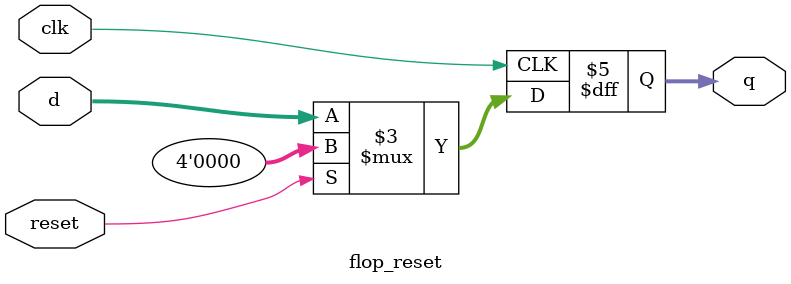
<source format=sv>
`timescale 1ns/1ps
module flop_reset
                #(parameter SIZE = 3)
                (input logic clk, reset,
                input logic [SIZE:0] d,
                output logic [SIZE:0] q);
      always_ff @(posedge clk)
      if (reset) q <= 4'b0;

      else q <= d;    
endmodule
	

</source>
